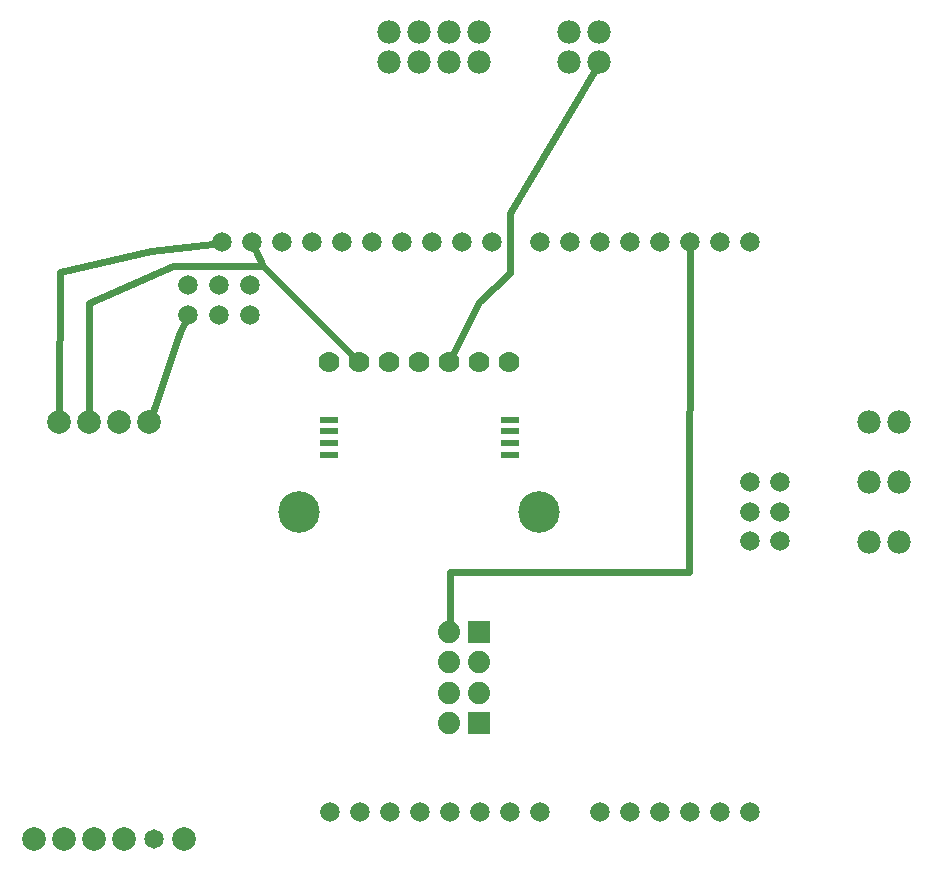
<source format=gbl>
G04 MADE WITH FRITZING*
G04 WWW.FRITZING.ORG*
G04 DOUBLE SIDED*
G04 HOLES PLATED*
G04 CONTOUR ON CENTER OF CONTOUR VECTOR*
%ASAXBY*%
%FSLAX23Y23*%
%MOIN*%
%OFA0B0*%
%SFA1.0B1.0*%
%ADD10C,0.078000*%
%ADD11C,0.065278*%
%ADD12C,0.078861*%
%ADD13C,0.064972*%
%ADD14C,0.078833*%
%ADD15C,0.074472*%
%ADD16C,0.070000*%
%ADD17C,0.138425*%
%ADD18R,0.074108X0.074472*%
%ADD19R,0.061024X0.023622*%
%ADD20C,0.024000*%
%LNCOPPER0*%
G90*
G70*
G54D10*
X1612Y2813D03*
X1612Y2713D03*
X1812Y2813D03*
X1812Y2713D03*
X1712Y2813D03*
X1712Y2713D03*
X3212Y1113D03*
X3312Y1113D03*
X3212Y1313D03*
X3312Y1313D03*
X2312Y2813D03*
X2312Y2713D03*
X2212Y2813D03*
X2212Y2713D03*
X1912Y2813D03*
X1912Y2713D03*
X3312Y1513D03*
X3212Y1513D03*
G54D11*
X2415Y213D03*
X2515Y213D03*
X2615Y213D03*
X2715Y213D03*
X2815Y213D03*
X1955Y2113D03*
X1855Y2113D03*
X1755Y2113D03*
X1655Y2113D03*
X1555Y2113D03*
X1455Y2113D03*
X1355Y2113D03*
X1255Y2113D03*
X1155Y2113D03*
X1055Y2113D03*
X2815Y2113D03*
X2715Y2113D03*
X2615Y2113D03*
X2515Y2113D03*
X2415Y2113D03*
X2315Y2113D03*
X2215Y2113D03*
X2115Y2113D03*
X1515Y213D03*
X1415Y213D03*
X1615Y213D03*
X1715Y213D03*
X1815Y213D03*
X1915Y213D03*
X2015Y213D03*
X2115Y213D03*
X2315Y213D03*
X2913Y1316D03*
X2813Y1316D03*
X2913Y1216D03*
X2813Y1216D03*
X2913Y1117D03*
X2813Y1117D03*
X1045Y1970D03*
X1045Y1871D03*
X1149Y1970D03*
X1149Y1871D03*
X941Y1970D03*
X941Y1871D03*
G54D12*
X928Y123D03*
G54D13*
X828Y123D03*
G54D12*
X728Y123D03*
X628Y123D03*
X528Y123D03*
X428Y123D03*
G54D14*
X812Y1513D03*
X712Y1513D03*
X612Y1513D03*
X512Y1513D03*
G54D15*
X1912Y814D03*
X1812Y814D03*
X1912Y713D03*
X1812Y713D03*
X1912Y612D03*
X1812Y612D03*
X1912Y512D03*
X1812Y512D03*
G54D16*
X1512Y1713D03*
X1712Y1713D03*
G54D17*
X2112Y1213D03*
G54D16*
X1812Y1713D03*
X1612Y1713D03*
X1412Y1713D03*
G54D17*
X1312Y1213D03*
G54D16*
X2012Y1713D03*
X1912Y1713D03*
G54D18*
X1912Y814D03*
X1912Y512D03*
G54D19*
X1411Y1522D03*
X1411Y1483D03*
X1411Y1443D03*
X1411Y1404D03*
X2013Y1404D03*
X2013Y1443D03*
X2013Y1483D03*
X2013Y1522D03*
G54D20*
X914Y1814D02*
X824Y1548D01*
D02*
X928Y1842D02*
X914Y1814D01*
D02*
X2015Y2011D02*
X2015Y2211D01*
D02*
X2015Y2211D02*
X2297Y2687D01*
D02*
X1912Y1913D02*
X2015Y2011D01*
D02*
X1826Y1740D02*
X1912Y1913D01*
D02*
X2612Y1015D02*
X1814Y1015D01*
D02*
X2615Y2082D02*
X2612Y1015D01*
D02*
X1814Y1015D02*
X1813Y845D01*
D02*
X1491Y1735D02*
X1191Y2035D01*
D02*
X1191Y2035D02*
X1168Y2085D01*
D02*
X612Y1550D02*
X612Y1910D01*
D02*
X612Y1910D02*
X891Y2035D01*
D02*
X891Y2035D02*
X1191Y2035D01*
D02*
X514Y2015D02*
X819Y2083D01*
D02*
X512Y1550D02*
X514Y2015D01*
D02*
X819Y2083D02*
X1024Y2109D01*
G04 End of Copper0*
M02*
</source>
